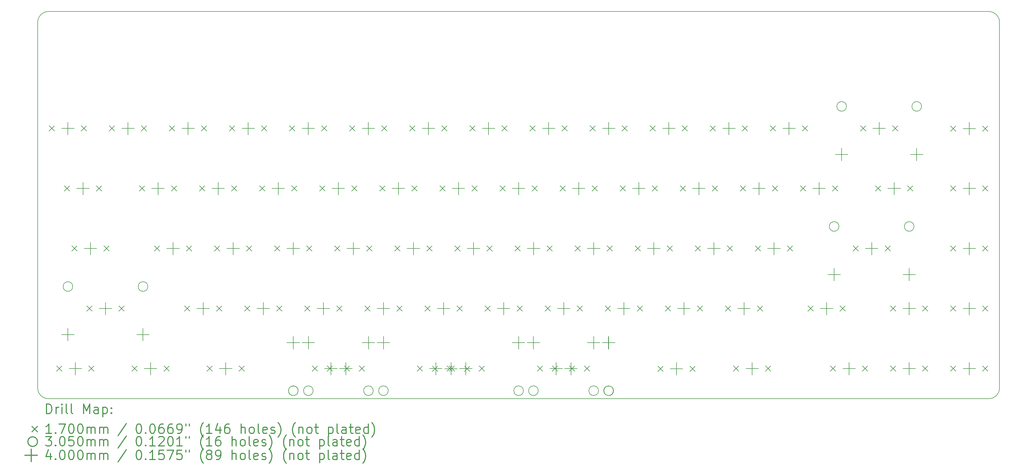
<source format=gbr>
%FSLAX45Y45*%
G04 Gerber Fmt 4.5, Leading zero omitted, Abs format (unit mm)*
G04 Created by KiCad (PCBNEW (5.1.10)-1) date 2021-07-24 00:02:33*
%MOMM*%
%LPD*%
G01*
G04 APERTURE LIST*
%TA.AperFunction,Profile*%
%ADD10C,0.150000*%
%TD*%
%ADD11C,0.200000*%
%ADD12C,0.300000*%
G04 APERTURE END LIST*
D10*
X35535325Y-18050222D02*
X5707644Y-18050222D01*
X35866031Y-6100181D02*
X35866031Y-17719516D01*
X5707344Y-5769475D02*
X35535325Y-5769475D01*
X5376638Y-17719816D02*
X5376638Y-6100181D01*
X35535325Y-5769475D02*
G75*
G02*
X35866031Y-6100181I0J-330706D01*
G01*
X35866031Y-17719516D02*
G75*
G02*
X35535325Y-18050222I-330706J0D01*
G01*
X5707644Y-18050222D02*
G75*
G02*
X5376638Y-17719816I-300J330706D01*
G01*
X5376638Y-6100181D02*
G75*
G02*
X5707344Y-5769475I330706J0D01*
G01*
D11*
X5741125Y-9392375D02*
X5911125Y-9562375D01*
X5911125Y-9392375D02*
X5741125Y-9562375D01*
X5979245Y-17011362D02*
X6149245Y-17181362D01*
X6149245Y-17011362D02*
X5979245Y-17181362D01*
X6217375Y-11297375D02*
X6387375Y-11467375D01*
X6387375Y-11297375D02*
X6217375Y-11467375D01*
X6455505Y-13201362D02*
X6625505Y-13371362D01*
X6625505Y-13201362D02*
X6455505Y-13371362D01*
X6757125Y-9392375D02*
X6927125Y-9562375D01*
X6927125Y-9392375D02*
X6757125Y-9562375D01*
X6931745Y-15107375D02*
X7101745Y-15277375D01*
X7101745Y-15107375D02*
X6931745Y-15277375D01*
X6995245Y-17011362D02*
X7165245Y-17181362D01*
X7165245Y-17011362D02*
X6995245Y-17181362D01*
X7233375Y-11297375D02*
X7403375Y-11467375D01*
X7403375Y-11297375D02*
X7233375Y-11467375D01*
X7471505Y-13201362D02*
X7641505Y-13371362D01*
X7641505Y-13201362D02*
X7471505Y-13371362D01*
X7646125Y-9392375D02*
X7816125Y-9562375D01*
X7816125Y-9392375D02*
X7646125Y-9562375D01*
X7947745Y-15107375D02*
X8117745Y-15277375D01*
X8117745Y-15107375D02*
X7947745Y-15277375D01*
X8360505Y-17012375D02*
X8530505Y-17182375D01*
X8530505Y-17012375D02*
X8360505Y-17182375D01*
X8598625Y-11297375D02*
X8768625Y-11467375D01*
X8768625Y-11297375D02*
X8598625Y-11467375D01*
X8662125Y-9392375D02*
X8832125Y-9562375D01*
X8832125Y-9392375D02*
X8662125Y-9562375D01*
X9074875Y-13202375D02*
X9244875Y-13372375D01*
X9244875Y-13202375D02*
X9074875Y-13372375D01*
X9376505Y-17012375D02*
X9546505Y-17182375D01*
X9546505Y-17012375D02*
X9376505Y-17182375D01*
X9551125Y-9392375D02*
X9721125Y-9562375D01*
X9721125Y-9392375D02*
X9551125Y-9562375D01*
X9614625Y-11297375D02*
X9784625Y-11467375D01*
X9784625Y-11297375D02*
X9614625Y-11467375D01*
X10027375Y-15107375D02*
X10197375Y-15277375D01*
X10197375Y-15107375D02*
X10027375Y-15277375D01*
X10090875Y-13202375D02*
X10260875Y-13372375D01*
X10260875Y-13202375D02*
X10090875Y-13372375D01*
X10503625Y-11297375D02*
X10673625Y-11467375D01*
X10673625Y-11297375D02*
X10503625Y-11467375D01*
X10567125Y-9392375D02*
X10737125Y-9562375D01*
X10737125Y-9392375D02*
X10567125Y-9562375D01*
X10741745Y-17011362D02*
X10911745Y-17181362D01*
X10911745Y-17011362D02*
X10741745Y-17181362D01*
X10979875Y-13202375D02*
X11149875Y-13372375D01*
X11149875Y-13202375D02*
X10979875Y-13372375D01*
X11043375Y-15107375D02*
X11213375Y-15277375D01*
X11213375Y-15107375D02*
X11043375Y-15277375D01*
X11456125Y-9392375D02*
X11626125Y-9562375D01*
X11626125Y-9392375D02*
X11456125Y-9562375D01*
X11519625Y-11297375D02*
X11689625Y-11467375D01*
X11689625Y-11297375D02*
X11519625Y-11467375D01*
X11757745Y-17011362D02*
X11927745Y-17181362D01*
X11927745Y-17011362D02*
X11757745Y-17181362D01*
X11932375Y-15107375D02*
X12102375Y-15277375D01*
X12102375Y-15107375D02*
X11932375Y-15277375D01*
X11995875Y-13202375D02*
X12165875Y-13372375D01*
X12165875Y-13202375D02*
X11995875Y-13372375D01*
X12408625Y-11297375D02*
X12578625Y-11467375D01*
X12578625Y-11297375D02*
X12408625Y-11467375D01*
X12472125Y-9392375D02*
X12642125Y-9562375D01*
X12642125Y-9392375D02*
X12472125Y-9562375D01*
X12884875Y-13202375D02*
X13054875Y-13372375D01*
X13054875Y-13202375D02*
X12884875Y-13372375D01*
X12948375Y-15107375D02*
X13118375Y-15277375D01*
X13118375Y-15107375D02*
X12948375Y-15277375D01*
X13361125Y-9392375D02*
X13531125Y-9562375D01*
X13531125Y-9392375D02*
X13361125Y-9562375D01*
X13424625Y-11297375D02*
X13594625Y-11467375D01*
X13594625Y-11297375D02*
X13424625Y-11467375D01*
X13837375Y-15107375D02*
X14007375Y-15277375D01*
X14007375Y-15107375D02*
X13837375Y-15277375D01*
X13900875Y-13202375D02*
X14070875Y-13372375D01*
X14070875Y-13202375D02*
X13900875Y-13372375D01*
X14078000Y-17013000D02*
X14248000Y-17183000D01*
X14248000Y-17013000D02*
X14078000Y-17183000D01*
X14313625Y-11297375D02*
X14483625Y-11467375D01*
X14483625Y-11297375D02*
X14313625Y-11467375D01*
X14377125Y-9392375D02*
X14547125Y-9562375D01*
X14547125Y-9392375D02*
X14377125Y-9562375D01*
X14553000Y-17013000D02*
X14723000Y-17183000D01*
X14723000Y-17013000D02*
X14553000Y-17183000D01*
X14789825Y-13202375D02*
X14959825Y-13372375D01*
X14959825Y-13202375D02*
X14789825Y-13372375D01*
X14853375Y-15107375D02*
X15023375Y-15277375D01*
X15023375Y-15107375D02*
X14853375Y-15277375D01*
X15094000Y-17013000D02*
X15264000Y-17183000D01*
X15264000Y-17013000D02*
X15094000Y-17183000D01*
X15266125Y-9392375D02*
X15436125Y-9562375D01*
X15436125Y-9392375D02*
X15266125Y-9562375D01*
X15329625Y-11297375D02*
X15499625Y-11467375D01*
X15499625Y-11297375D02*
X15329625Y-11467375D01*
X15569000Y-17013000D02*
X15739000Y-17183000D01*
X15739000Y-17013000D02*
X15569000Y-17183000D01*
X15742425Y-15107375D02*
X15912425Y-15277375D01*
X15912425Y-15107375D02*
X15742425Y-15277375D01*
X15805825Y-13202375D02*
X15975825Y-13372375D01*
X15975825Y-13202375D02*
X15805825Y-13372375D01*
X16218625Y-11297375D02*
X16388625Y-11467375D01*
X16388625Y-11297375D02*
X16218625Y-11467375D01*
X16282125Y-9392375D02*
X16452125Y-9562375D01*
X16452125Y-9392375D02*
X16282125Y-9562375D01*
X16694825Y-13202375D02*
X16864825Y-13372375D01*
X16864825Y-13202375D02*
X16694825Y-13372375D01*
X16758425Y-15107375D02*
X16928425Y-15277375D01*
X16928425Y-15107375D02*
X16758425Y-15277375D01*
X17171125Y-9392375D02*
X17341125Y-9562375D01*
X17341125Y-9392375D02*
X17171125Y-9562375D01*
X17234625Y-11297375D02*
X17404625Y-11467375D01*
X17404625Y-11297375D02*
X17234625Y-11467375D01*
X17403000Y-17013000D02*
X17573000Y-17183000D01*
X17573000Y-17013000D02*
X17403000Y-17183000D01*
X17647425Y-15107375D02*
X17817425Y-15277375D01*
X17817425Y-15107375D02*
X17647425Y-15277375D01*
X17710825Y-13202375D02*
X17880825Y-13372375D01*
X17880825Y-13202375D02*
X17710825Y-13372375D01*
X17885500Y-17015550D02*
X18055500Y-17185550D01*
X18055500Y-17015550D02*
X17885500Y-17185550D01*
X18123625Y-11297375D02*
X18293625Y-11467375D01*
X18293625Y-11297375D02*
X18123625Y-11467375D01*
X18187125Y-9392375D02*
X18357125Y-9562375D01*
X18357125Y-9392375D02*
X18187125Y-9562375D01*
X18353000Y-17012375D02*
X18523000Y-17182375D01*
X18523000Y-17012375D02*
X18353000Y-17182375D01*
X18419000Y-17013000D02*
X18589000Y-17183000D01*
X18589000Y-17013000D02*
X18419000Y-17183000D01*
X18599825Y-13202375D02*
X18769825Y-13372375D01*
X18769825Y-13202375D02*
X18599825Y-13372375D01*
X18663425Y-15107375D02*
X18833425Y-15277375D01*
X18833425Y-15107375D02*
X18663425Y-15277375D01*
X18901500Y-17015550D02*
X19071500Y-17185550D01*
X19071500Y-17015550D02*
X18901500Y-17185550D01*
X19076125Y-9392375D02*
X19246125Y-9562375D01*
X19246125Y-9392375D02*
X19076125Y-9562375D01*
X19139625Y-11297375D02*
X19309625Y-11467375D01*
X19309625Y-11297375D02*
X19139625Y-11467375D01*
X19369000Y-17012375D02*
X19539000Y-17182375D01*
X19539000Y-17012375D02*
X19369000Y-17182375D01*
X19552425Y-15107375D02*
X19722425Y-15277375D01*
X19722425Y-15107375D02*
X19552425Y-15277375D01*
X19615825Y-13202375D02*
X19785825Y-13372375D01*
X19785825Y-13202375D02*
X19615825Y-13372375D01*
X20028625Y-11297375D02*
X20198625Y-11467375D01*
X20198625Y-11297375D02*
X20028625Y-11467375D01*
X20092125Y-9392375D02*
X20262125Y-9562375D01*
X20262125Y-9392375D02*
X20092125Y-9562375D01*
X20504825Y-13202375D02*
X20674825Y-13372375D01*
X20674825Y-13202375D02*
X20504825Y-13372375D01*
X20568425Y-15107375D02*
X20738425Y-15277375D01*
X20738425Y-15107375D02*
X20568425Y-15277375D01*
X20981125Y-9392375D02*
X21151125Y-9562375D01*
X21151125Y-9392375D02*
X20981125Y-9562375D01*
X21044625Y-11297375D02*
X21214625Y-11467375D01*
X21214625Y-11297375D02*
X21044625Y-11467375D01*
X21218000Y-17013000D02*
X21388000Y-17183000D01*
X21388000Y-17013000D02*
X21218000Y-17183000D01*
X21457425Y-15107375D02*
X21627425Y-15277375D01*
X21627425Y-15107375D02*
X21457425Y-15277375D01*
X21520825Y-13202375D02*
X21690825Y-13372375D01*
X21690825Y-13202375D02*
X21520825Y-13372375D01*
X21688000Y-17013000D02*
X21858000Y-17183000D01*
X21858000Y-17013000D02*
X21688000Y-17183000D01*
X21933625Y-11297375D02*
X22103625Y-11467375D01*
X22103625Y-11297375D02*
X21933625Y-11467375D01*
X21997125Y-9392375D02*
X22167125Y-9562375D01*
X22167125Y-9392375D02*
X21997125Y-9562375D01*
X22234000Y-17013000D02*
X22404000Y-17183000D01*
X22404000Y-17013000D02*
X22234000Y-17183000D01*
X22409825Y-13202375D02*
X22579825Y-13372375D01*
X22579825Y-13202375D02*
X22409825Y-13372375D01*
X22473425Y-15107375D02*
X22643425Y-15277375D01*
X22643425Y-15107375D02*
X22473425Y-15277375D01*
X22704000Y-17013000D02*
X22874000Y-17183000D01*
X22874000Y-17013000D02*
X22704000Y-17183000D01*
X22886125Y-9392375D02*
X23056125Y-9562375D01*
X23056125Y-9392375D02*
X22886125Y-9562375D01*
X22949625Y-11297375D02*
X23119625Y-11467375D01*
X23119625Y-11297375D02*
X22949625Y-11467375D01*
X23362425Y-15107375D02*
X23532425Y-15277375D01*
X23532425Y-15107375D02*
X23362425Y-15277375D01*
X23425825Y-13202375D02*
X23595825Y-13372375D01*
X23595825Y-13202375D02*
X23425825Y-13372375D01*
X23838625Y-11297375D02*
X24008625Y-11467375D01*
X24008625Y-11297375D02*
X23838625Y-11467375D01*
X23902125Y-9392375D02*
X24072125Y-9562375D01*
X24072125Y-9392375D02*
X23902125Y-9562375D01*
X24314825Y-13202375D02*
X24484825Y-13372375D01*
X24484825Y-13202375D02*
X24314825Y-13372375D01*
X24378425Y-15107375D02*
X24548425Y-15277375D01*
X24548425Y-15107375D02*
X24378425Y-15277375D01*
X24791125Y-9392375D02*
X24961125Y-9562375D01*
X24961125Y-9392375D02*
X24791125Y-9562375D01*
X24854625Y-11297375D02*
X25024625Y-11467375D01*
X25024625Y-11297375D02*
X24854625Y-11467375D01*
X25032000Y-17015000D02*
X25202000Y-17185000D01*
X25202000Y-17015000D02*
X25032000Y-17185000D01*
X25267425Y-15107375D02*
X25437425Y-15277375D01*
X25437425Y-15107375D02*
X25267425Y-15277375D01*
X25330825Y-13202375D02*
X25500825Y-13372375D01*
X25500825Y-13202375D02*
X25330825Y-13372375D01*
X25743625Y-11297375D02*
X25913625Y-11467375D01*
X25913625Y-11297375D02*
X25743625Y-11467375D01*
X25807125Y-9392375D02*
X25977125Y-9562375D01*
X25977125Y-9392375D02*
X25807125Y-9562375D01*
X26048000Y-17015000D02*
X26218000Y-17185000D01*
X26218000Y-17015000D02*
X26048000Y-17185000D01*
X26219825Y-13202375D02*
X26389825Y-13372375D01*
X26389825Y-13202375D02*
X26219825Y-13372375D01*
X26283425Y-15107375D02*
X26453425Y-15277375D01*
X26453425Y-15107375D02*
X26283425Y-15277375D01*
X26696125Y-9392375D02*
X26866125Y-9562375D01*
X26866125Y-9392375D02*
X26696125Y-9562375D01*
X26759625Y-11297375D02*
X26929625Y-11467375D01*
X26929625Y-11297375D02*
X26759625Y-11467375D01*
X27172425Y-15107375D02*
X27342425Y-15277375D01*
X27342425Y-15107375D02*
X27172425Y-15277375D01*
X27235825Y-13202375D02*
X27405825Y-13372375D01*
X27405825Y-13202375D02*
X27235825Y-13372375D01*
X27432000Y-17011362D02*
X27602000Y-17181362D01*
X27602000Y-17011362D02*
X27432000Y-17181362D01*
X27648625Y-11297375D02*
X27818625Y-11467375D01*
X27818625Y-11297375D02*
X27648625Y-11467375D01*
X27712125Y-9392375D02*
X27882125Y-9562375D01*
X27882125Y-9392375D02*
X27712125Y-9562375D01*
X28124825Y-13202375D02*
X28294825Y-13372375D01*
X28294825Y-13202375D02*
X28124825Y-13372375D01*
X28188425Y-15107375D02*
X28358425Y-15277375D01*
X28358425Y-15107375D02*
X28188425Y-15277375D01*
X28448000Y-17011362D02*
X28618000Y-17181362D01*
X28618000Y-17011362D02*
X28448000Y-17181362D01*
X28601125Y-9392375D02*
X28771125Y-9562375D01*
X28771125Y-9392375D02*
X28601125Y-9562375D01*
X28664625Y-11297375D02*
X28834625Y-11467375D01*
X28834625Y-11297375D02*
X28664625Y-11467375D01*
X29140825Y-13202375D02*
X29310825Y-13372375D01*
X29310825Y-13202375D02*
X29140825Y-13372375D01*
X29553625Y-11297375D02*
X29723625Y-11467375D01*
X29723625Y-11297375D02*
X29553625Y-11467375D01*
X29617125Y-9392375D02*
X29787125Y-9562375D01*
X29787125Y-9392375D02*
X29617125Y-9562375D01*
X29791725Y-15107375D02*
X29961725Y-15277375D01*
X29961725Y-15107375D02*
X29791725Y-15277375D01*
X30506125Y-17012375D02*
X30676125Y-17182375D01*
X30676125Y-17012375D02*
X30506125Y-17182375D01*
X30569625Y-11297375D02*
X30739625Y-11467375D01*
X30739625Y-11297375D02*
X30569625Y-11467375D01*
X30807725Y-15107375D02*
X30977725Y-15277375D01*
X30977725Y-15107375D02*
X30807725Y-15277375D01*
X31220525Y-13202375D02*
X31390525Y-13372375D01*
X31390525Y-13202375D02*
X31220525Y-13372375D01*
X31458625Y-9392375D02*
X31628625Y-9562375D01*
X31628625Y-9392375D02*
X31458625Y-9562375D01*
X31522125Y-17012375D02*
X31692125Y-17182375D01*
X31692125Y-17012375D02*
X31522125Y-17182375D01*
X31934825Y-11297375D02*
X32104825Y-11467375D01*
X32104825Y-11297375D02*
X31934825Y-11467375D01*
X32236525Y-13202375D02*
X32406525Y-13372375D01*
X32406525Y-13202375D02*
X32236525Y-13372375D01*
X32411125Y-15107375D02*
X32581125Y-15277375D01*
X32581125Y-15107375D02*
X32411125Y-15277375D01*
X32411125Y-17012375D02*
X32581125Y-17182375D01*
X32581125Y-17012375D02*
X32411125Y-17182375D01*
X32474625Y-9392375D02*
X32644625Y-9562375D01*
X32644625Y-9392375D02*
X32474625Y-9562375D01*
X32950825Y-11297375D02*
X33120825Y-11467375D01*
X33120825Y-11297375D02*
X32950825Y-11467375D01*
X33427125Y-15107375D02*
X33597125Y-15277375D01*
X33597125Y-15107375D02*
X33427125Y-15277375D01*
X33427125Y-17012375D02*
X33597125Y-17182375D01*
X33597125Y-17012375D02*
X33427125Y-17182375D01*
X34315600Y-9394800D02*
X34485600Y-9564800D01*
X34485600Y-9394800D02*
X34315600Y-9564800D01*
X34316125Y-11297375D02*
X34486125Y-11467375D01*
X34486125Y-11297375D02*
X34316125Y-11467375D01*
X34316125Y-13202375D02*
X34486125Y-13372375D01*
X34486125Y-13202375D02*
X34316125Y-13372375D01*
X34316125Y-15107375D02*
X34486125Y-15277375D01*
X34486125Y-15107375D02*
X34316125Y-15277375D01*
X34316125Y-17012375D02*
X34486125Y-17182375D01*
X34486125Y-17012375D02*
X34316125Y-17182375D01*
X35331600Y-9394800D02*
X35501600Y-9564800D01*
X35501600Y-9394800D02*
X35331600Y-9564800D01*
X35332125Y-11297375D02*
X35502125Y-11467375D01*
X35502125Y-11297375D02*
X35332125Y-11467375D01*
X35332125Y-13202375D02*
X35502125Y-13372375D01*
X35502125Y-13202375D02*
X35332125Y-13372375D01*
X35332125Y-15107375D02*
X35502125Y-15277375D01*
X35502125Y-15107375D02*
X35332125Y-15277375D01*
X35332125Y-17012375D02*
X35502125Y-17182375D01*
X35502125Y-17012375D02*
X35332125Y-17182375D01*
X6487245Y-14492375D02*
G75*
G03*
X6487245Y-14492375I-152500J0D01*
G01*
X8867245Y-14492375D02*
G75*
G03*
X8867245Y-14492375I-152500J0D01*
G01*
X13631000Y-17800550D02*
G75*
G03*
X13631000Y-17800550I-152500J0D01*
G01*
X13633500Y-17798000D02*
G75*
G03*
X13633500Y-17798000I-152500J0D01*
G01*
X14108500Y-17798000D02*
G75*
G03*
X14108500Y-17798000I-152500J0D01*
G01*
X16013500Y-17798000D02*
G75*
G03*
X16013500Y-17798000I-152500J0D01*
G01*
X16488500Y-17798000D02*
G75*
G03*
X16488500Y-17798000I-152500J0D01*
G01*
X20773500Y-17798000D02*
G75*
G03*
X20773500Y-17798000I-152500J0D01*
G01*
X21243500Y-17798000D02*
G75*
G03*
X21243500Y-17798000I-152500J0D01*
G01*
X23153500Y-17798000D02*
G75*
G03*
X23153500Y-17798000I-152500J0D01*
G01*
X23623500Y-17798000D02*
G75*
G03*
X23623500Y-17798000I-152500J0D01*
G01*
X23631000Y-17800550D02*
G75*
G03*
X23631000Y-17800550I-152500J0D01*
G01*
X30776025Y-12587375D02*
G75*
G03*
X30776025Y-12587375I-152500J0D01*
G01*
X31014125Y-8777375D02*
G75*
G03*
X31014125Y-8777375I-152500J0D01*
G01*
X33156025Y-12587375D02*
G75*
G03*
X33156025Y-12587375I-152500J0D01*
G01*
X33394125Y-8777375D02*
G75*
G03*
X33394125Y-8777375I-152500J0D01*
G01*
X6334125Y-9277375D02*
X6334125Y-9677375D01*
X6134125Y-9477375D02*
X6534125Y-9477375D01*
X6334745Y-15816375D02*
X6334745Y-16216375D01*
X6134745Y-16016375D02*
X6534745Y-16016375D01*
X6572245Y-16896362D02*
X6572245Y-17296362D01*
X6372245Y-17096362D02*
X6772245Y-17096362D01*
X6810375Y-11182375D02*
X6810375Y-11582375D01*
X6610375Y-11382375D02*
X7010375Y-11382375D01*
X7048505Y-13086362D02*
X7048505Y-13486362D01*
X6848505Y-13286362D02*
X7248505Y-13286362D01*
X7524745Y-14992375D02*
X7524745Y-15392375D01*
X7324745Y-15192375D02*
X7724745Y-15192375D01*
X8239125Y-9277375D02*
X8239125Y-9677375D01*
X8039125Y-9477375D02*
X8439125Y-9477375D01*
X8714745Y-15816375D02*
X8714745Y-16216375D01*
X8514745Y-16016375D02*
X8914745Y-16016375D01*
X8953505Y-16897375D02*
X8953505Y-17297375D01*
X8753505Y-17097375D02*
X9153505Y-17097375D01*
X9191625Y-11182375D02*
X9191625Y-11582375D01*
X8991625Y-11382375D02*
X9391625Y-11382375D01*
X9667875Y-13087375D02*
X9667875Y-13487375D01*
X9467875Y-13287375D02*
X9867875Y-13287375D01*
X10144125Y-9277375D02*
X10144125Y-9677375D01*
X9944125Y-9477375D02*
X10344125Y-9477375D01*
X10620375Y-14992375D02*
X10620375Y-15392375D01*
X10420375Y-15192375D02*
X10820375Y-15192375D01*
X11096625Y-11182375D02*
X11096625Y-11582375D01*
X10896625Y-11382375D02*
X11296625Y-11382375D01*
X11334745Y-16896362D02*
X11334745Y-17296362D01*
X11134745Y-17096362D02*
X11534745Y-17096362D01*
X11572875Y-13087375D02*
X11572875Y-13487375D01*
X11372875Y-13287375D02*
X11772875Y-13287375D01*
X12049125Y-9277375D02*
X12049125Y-9677375D01*
X11849125Y-9477375D02*
X12249125Y-9477375D01*
X12525375Y-14992375D02*
X12525375Y-15392375D01*
X12325375Y-15192375D02*
X12725375Y-15192375D01*
X13001625Y-11182375D02*
X13001625Y-11582375D01*
X12801625Y-11382375D02*
X13201625Y-11382375D01*
X13477875Y-13087375D02*
X13477875Y-13487375D01*
X13277875Y-13287375D02*
X13677875Y-13287375D01*
X13478500Y-16076550D02*
X13478500Y-16476550D01*
X13278500Y-16276550D02*
X13678500Y-16276550D01*
X13481000Y-16074000D02*
X13481000Y-16474000D01*
X13281000Y-16274000D02*
X13681000Y-16274000D01*
X13954125Y-9277375D02*
X13954125Y-9677375D01*
X13754125Y-9477375D02*
X14154125Y-9477375D01*
X13956000Y-16074000D02*
X13956000Y-16474000D01*
X13756000Y-16274000D02*
X14156000Y-16274000D01*
X14430375Y-14992375D02*
X14430375Y-15392375D01*
X14230375Y-15192375D02*
X14630375Y-15192375D01*
X14671000Y-16898000D02*
X14671000Y-17298000D01*
X14471000Y-17098000D02*
X14871000Y-17098000D01*
X14906625Y-11182375D02*
X14906625Y-11582375D01*
X14706625Y-11382375D02*
X15106625Y-11382375D01*
X15146000Y-16898000D02*
X15146000Y-17298000D01*
X14946000Y-17098000D02*
X15346000Y-17098000D01*
X15382825Y-13087375D02*
X15382825Y-13487375D01*
X15182825Y-13287375D02*
X15582825Y-13287375D01*
X15859125Y-9277375D02*
X15859125Y-9677375D01*
X15659125Y-9477375D02*
X16059125Y-9477375D01*
X15861000Y-16074000D02*
X15861000Y-16474000D01*
X15661000Y-16274000D02*
X16061000Y-16274000D01*
X16335425Y-14992375D02*
X16335425Y-15392375D01*
X16135425Y-15192375D02*
X16535425Y-15192375D01*
X16336000Y-16074000D02*
X16336000Y-16474000D01*
X16136000Y-16274000D02*
X16536000Y-16274000D01*
X16811625Y-11182375D02*
X16811625Y-11582375D01*
X16611625Y-11382375D02*
X17011625Y-11382375D01*
X17287825Y-13087375D02*
X17287825Y-13487375D01*
X17087825Y-13287375D02*
X17487825Y-13287375D01*
X17764125Y-9277375D02*
X17764125Y-9677375D01*
X17564125Y-9477375D02*
X17964125Y-9477375D01*
X17996000Y-16898000D02*
X17996000Y-17298000D01*
X17796000Y-17098000D02*
X18196000Y-17098000D01*
X18240425Y-14992375D02*
X18240425Y-15392375D01*
X18040425Y-15192375D02*
X18440425Y-15192375D01*
X18478500Y-16900550D02*
X18478500Y-17300550D01*
X18278500Y-17100550D02*
X18678500Y-17100550D01*
X18716625Y-11182375D02*
X18716625Y-11582375D01*
X18516625Y-11382375D02*
X18916625Y-11382375D01*
X18946000Y-16897375D02*
X18946000Y-17297375D01*
X18746000Y-17097375D02*
X19146000Y-17097375D01*
X19192825Y-13087375D02*
X19192825Y-13487375D01*
X18992825Y-13287375D02*
X19392825Y-13287375D01*
X19669125Y-9277375D02*
X19669125Y-9677375D01*
X19469125Y-9477375D02*
X19869125Y-9477375D01*
X20145425Y-14992375D02*
X20145425Y-15392375D01*
X19945425Y-15192375D02*
X20345425Y-15192375D01*
X20621000Y-16074000D02*
X20621000Y-16474000D01*
X20421000Y-16274000D02*
X20821000Y-16274000D01*
X20621625Y-11182375D02*
X20621625Y-11582375D01*
X20421625Y-11382375D02*
X20821625Y-11382375D01*
X21091000Y-16074000D02*
X21091000Y-16474000D01*
X20891000Y-16274000D02*
X21291000Y-16274000D01*
X21097825Y-13087375D02*
X21097825Y-13487375D01*
X20897825Y-13287375D02*
X21297825Y-13287375D01*
X21574125Y-9277375D02*
X21574125Y-9677375D01*
X21374125Y-9477375D02*
X21774125Y-9477375D01*
X21811000Y-16898000D02*
X21811000Y-17298000D01*
X21611000Y-17098000D02*
X22011000Y-17098000D01*
X22050425Y-14992375D02*
X22050425Y-15392375D01*
X21850425Y-15192375D02*
X22250425Y-15192375D01*
X22281000Y-16898000D02*
X22281000Y-17298000D01*
X22081000Y-17098000D02*
X22481000Y-17098000D01*
X22526625Y-11182375D02*
X22526625Y-11582375D01*
X22326625Y-11382375D02*
X22726625Y-11382375D01*
X23001000Y-16074000D02*
X23001000Y-16474000D01*
X22801000Y-16274000D02*
X23201000Y-16274000D01*
X23002825Y-13087375D02*
X23002825Y-13487375D01*
X22802825Y-13287375D02*
X23202825Y-13287375D01*
X23471000Y-16074000D02*
X23471000Y-16474000D01*
X23271000Y-16274000D02*
X23671000Y-16274000D01*
X23478500Y-16076550D02*
X23478500Y-16476550D01*
X23278500Y-16276550D02*
X23678500Y-16276550D01*
X23479125Y-9277375D02*
X23479125Y-9677375D01*
X23279125Y-9477375D02*
X23679125Y-9477375D01*
X23955425Y-14992375D02*
X23955425Y-15392375D01*
X23755425Y-15192375D02*
X24155425Y-15192375D01*
X24431625Y-11182375D02*
X24431625Y-11582375D01*
X24231625Y-11382375D02*
X24631625Y-11382375D01*
X24907825Y-13087375D02*
X24907825Y-13487375D01*
X24707825Y-13287375D02*
X25107825Y-13287375D01*
X25384125Y-9277375D02*
X25384125Y-9677375D01*
X25184125Y-9477375D02*
X25584125Y-9477375D01*
X25625000Y-16900000D02*
X25625000Y-17300000D01*
X25425000Y-17100000D02*
X25825000Y-17100000D01*
X25860425Y-14992375D02*
X25860425Y-15392375D01*
X25660425Y-15192375D02*
X26060425Y-15192375D01*
X26336625Y-11182375D02*
X26336625Y-11582375D01*
X26136625Y-11382375D02*
X26536625Y-11382375D01*
X26812825Y-13087375D02*
X26812825Y-13487375D01*
X26612825Y-13287375D02*
X27012825Y-13287375D01*
X27289125Y-9277375D02*
X27289125Y-9677375D01*
X27089125Y-9477375D02*
X27489125Y-9477375D01*
X27765425Y-14992375D02*
X27765425Y-15392375D01*
X27565425Y-15192375D02*
X27965425Y-15192375D01*
X28025000Y-16896362D02*
X28025000Y-17296362D01*
X27825000Y-17096362D02*
X28225000Y-17096362D01*
X28241625Y-11182375D02*
X28241625Y-11582375D01*
X28041625Y-11382375D02*
X28441625Y-11382375D01*
X28717825Y-13087375D02*
X28717825Y-13487375D01*
X28517825Y-13287375D02*
X28917825Y-13287375D01*
X29194125Y-9277375D02*
X29194125Y-9677375D01*
X28994125Y-9477375D02*
X29394125Y-9477375D01*
X30146625Y-11182375D02*
X30146625Y-11582375D01*
X29946625Y-11382375D02*
X30346625Y-11382375D01*
X30384725Y-14992375D02*
X30384725Y-15392375D01*
X30184725Y-15192375D02*
X30584725Y-15192375D01*
X30623525Y-13911375D02*
X30623525Y-14311375D01*
X30423525Y-14111375D02*
X30823525Y-14111375D01*
X30861625Y-10101375D02*
X30861625Y-10501375D01*
X30661625Y-10301375D02*
X31061625Y-10301375D01*
X31099125Y-16897375D02*
X31099125Y-17297375D01*
X30899125Y-17097375D02*
X31299125Y-17097375D01*
X31813525Y-13087375D02*
X31813525Y-13487375D01*
X31613525Y-13287375D02*
X32013525Y-13287375D01*
X32051625Y-9277375D02*
X32051625Y-9677375D01*
X31851625Y-9477375D02*
X32251625Y-9477375D01*
X32527825Y-11182375D02*
X32527825Y-11582375D01*
X32327825Y-11382375D02*
X32727825Y-11382375D01*
X33003525Y-13911375D02*
X33003525Y-14311375D01*
X32803525Y-14111375D02*
X33203525Y-14111375D01*
X33004125Y-14992375D02*
X33004125Y-15392375D01*
X32804125Y-15192375D02*
X33204125Y-15192375D01*
X33004125Y-16897375D02*
X33004125Y-17297375D01*
X32804125Y-17097375D02*
X33204125Y-17097375D01*
X33241625Y-10101375D02*
X33241625Y-10501375D01*
X33041625Y-10301375D02*
X33441625Y-10301375D01*
X34908600Y-9279800D02*
X34908600Y-9679800D01*
X34708600Y-9479800D02*
X35108600Y-9479800D01*
X34909125Y-11182375D02*
X34909125Y-11582375D01*
X34709125Y-11382375D02*
X35109125Y-11382375D01*
X34909125Y-13087375D02*
X34909125Y-13487375D01*
X34709125Y-13287375D02*
X35109125Y-13287375D01*
X34909125Y-14992375D02*
X34909125Y-15392375D01*
X34709125Y-15192375D02*
X35109125Y-15192375D01*
X34909125Y-16897375D02*
X34909125Y-17297375D01*
X34709125Y-17097375D02*
X35109125Y-17097375D01*
D12*
X5655567Y-18523436D02*
X5655567Y-18223436D01*
X5726995Y-18223436D01*
X5769852Y-18237722D01*
X5798424Y-18266293D01*
X5812709Y-18294865D01*
X5826995Y-18352008D01*
X5826995Y-18394865D01*
X5812709Y-18452008D01*
X5798424Y-18480579D01*
X5769852Y-18509151D01*
X5726995Y-18523436D01*
X5655567Y-18523436D01*
X5955567Y-18523436D02*
X5955567Y-18323436D01*
X5955567Y-18380579D02*
X5969852Y-18352008D01*
X5984138Y-18337722D01*
X6012709Y-18323436D01*
X6041281Y-18323436D01*
X6141281Y-18523436D02*
X6141281Y-18323436D01*
X6141281Y-18223436D02*
X6126995Y-18237722D01*
X6141281Y-18252008D01*
X6155567Y-18237722D01*
X6141281Y-18223436D01*
X6141281Y-18252008D01*
X6326995Y-18523436D02*
X6298424Y-18509151D01*
X6284138Y-18480579D01*
X6284138Y-18223436D01*
X6484138Y-18523436D02*
X6455567Y-18509151D01*
X6441281Y-18480579D01*
X6441281Y-18223436D01*
X6826995Y-18523436D02*
X6826995Y-18223436D01*
X6926995Y-18437722D01*
X7026995Y-18223436D01*
X7026995Y-18523436D01*
X7298424Y-18523436D02*
X7298424Y-18366293D01*
X7284138Y-18337722D01*
X7255567Y-18323436D01*
X7198424Y-18323436D01*
X7169852Y-18337722D01*
X7298424Y-18509151D02*
X7269852Y-18523436D01*
X7198424Y-18523436D01*
X7169852Y-18509151D01*
X7155567Y-18480579D01*
X7155567Y-18452008D01*
X7169852Y-18423436D01*
X7198424Y-18409151D01*
X7269852Y-18409151D01*
X7298424Y-18394865D01*
X7441281Y-18323436D02*
X7441281Y-18623436D01*
X7441281Y-18337722D02*
X7469852Y-18323436D01*
X7526995Y-18323436D01*
X7555567Y-18337722D01*
X7569852Y-18352008D01*
X7584138Y-18380579D01*
X7584138Y-18466293D01*
X7569852Y-18494865D01*
X7555567Y-18509151D01*
X7526995Y-18523436D01*
X7469852Y-18523436D01*
X7441281Y-18509151D01*
X7712709Y-18494865D02*
X7726995Y-18509151D01*
X7712709Y-18523436D01*
X7698424Y-18509151D01*
X7712709Y-18494865D01*
X7712709Y-18523436D01*
X7712709Y-18337722D02*
X7726995Y-18352008D01*
X7712709Y-18366293D01*
X7698424Y-18352008D01*
X7712709Y-18337722D01*
X7712709Y-18366293D01*
X5199138Y-18932722D02*
X5369138Y-19102722D01*
X5369138Y-18932722D02*
X5199138Y-19102722D01*
X5812709Y-19153436D02*
X5641281Y-19153436D01*
X5726995Y-19153436D02*
X5726995Y-18853436D01*
X5698424Y-18896293D01*
X5669852Y-18924865D01*
X5641281Y-18939151D01*
X5941281Y-19124865D02*
X5955567Y-19139151D01*
X5941281Y-19153436D01*
X5926995Y-19139151D01*
X5941281Y-19124865D01*
X5941281Y-19153436D01*
X6055567Y-18853436D02*
X6255567Y-18853436D01*
X6126995Y-19153436D01*
X6426995Y-18853436D02*
X6455567Y-18853436D01*
X6484138Y-18867722D01*
X6498424Y-18882008D01*
X6512709Y-18910579D01*
X6526995Y-18967722D01*
X6526995Y-19039151D01*
X6512709Y-19096293D01*
X6498424Y-19124865D01*
X6484138Y-19139151D01*
X6455567Y-19153436D01*
X6426995Y-19153436D01*
X6398424Y-19139151D01*
X6384138Y-19124865D01*
X6369852Y-19096293D01*
X6355567Y-19039151D01*
X6355567Y-18967722D01*
X6369852Y-18910579D01*
X6384138Y-18882008D01*
X6398424Y-18867722D01*
X6426995Y-18853436D01*
X6712709Y-18853436D02*
X6741281Y-18853436D01*
X6769852Y-18867722D01*
X6784138Y-18882008D01*
X6798424Y-18910579D01*
X6812709Y-18967722D01*
X6812709Y-19039151D01*
X6798424Y-19096293D01*
X6784138Y-19124865D01*
X6769852Y-19139151D01*
X6741281Y-19153436D01*
X6712709Y-19153436D01*
X6684138Y-19139151D01*
X6669852Y-19124865D01*
X6655567Y-19096293D01*
X6641281Y-19039151D01*
X6641281Y-18967722D01*
X6655567Y-18910579D01*
X6669852Y-18882008D01*
X6684138Y-18867722D01*
X6712709Y-18853436D01*
X6941281Y-19153436D02*
X6941281Y-18953436D01*
X6941281Y-18982008D02*
X6955567Y-18967722D01*
X6984138Y-18953436D01*
X7026995Y-18953436D01*
X7055567Y-18967722D01*
X7069852Y-18996293D01*
X7069852Y-19153436D01*
X7069852Y-18996293D02*
X7084138Y-18967722D01*
X7112709Y-18953436D01*
X7155567Y-18953436D01*
X7184138Y-18967722D01*
X7198424Y-18996293D01*
X7198424Y-19153436D01*
X7341281Y-19153436D02*
X7341281Y-18953436D01*
X7341281Y-18982008D02*
X7355567Y-18967722D01*
X7384138Y-18953436D01*
X7426995Y-18953436D01*
X7455567Y-18967722D01*
X7469852Y-18996293D01*
X7469852Y-19153436D01*
X7469852Y-18996293D02*
X7484138Y-18967722D01*
X7512709Y-18953436D01*
X7555567Y-18953436D01*
X7584138Y-18967722D01*
X7598424Y-18996293D01*
X7598424Y-19153436D01*
X8184138Y-18839151D02*
X7926995Y-19224865D01*
X8569852Y-18853436D02*
X8598424Y-18853436D01*
X8626995Y-18867722D01*
X8641281Y-18882008D01*
X8655567Y-18910579D01*
X8669852Y-18967722D01*
X8669852Y-19039151D01*
X8655567Y-19096293D01*
X8641281Y-19124865D01*
X8626995Y-19139151D01*
X8598424Y-19153436D01*
X8569852Y-19153436D01*
X8541281Y-19139151D01*
X8526995Y-19124865D01*
X8512710Y-19096293D01*
X8498424Y-19039151D01*
X8498424Y-18967722D01*
X8512710Y-18910579D01*
X8526995Y-18882008D01*
X8541281Y-18867722D01*
X8569852Y-18853436D01*
X8798424Y-19124865D02*
X8812710Y-19139151D01*
X8798424Y-19153436D01*
X8784138Y-19139151D01*
X8798424Y-19124865D01*
X8798424Y-19153436D01*
X8998424Y-18853436D02*
X9026995Y-18853436D01*
X9055567Y-18867722D01*
X9069852Y-18882008D01*
X9084138Y-18910579D01*
X9098424Y-18967722D01*
X9098424Y-19039151D01*
X9084138Y-19096293D01*
X9069852Y-19124865D01*
X9055567Y-19139151D01*
X9026995Y-19153436D01*
X8998424Y-19153436D01*
X8969852Y-19139151D01*
X8955567Y-19124865D01*
X8941281Y-19096293D01*
X8926995Y-19039151D01*
X8926995Y-18967722D01*
X8941281Y-18910579D01*
X8955567Y-18882008D01*
X8969852Y-18867722D01*
X8998424Y-18853436D01*
X9355567Y-18853436D02*
X9298424Y-18853436D01*
X9269852Y-18867722D01*
X9255567Y-18882008D01*
X9226995Y-18924865D01*
X9212710Y-18982008D01*
X9212710Y-19096293D01*
X9226995Y-19124865D01*
X9241281Y-19139151D01*
X9269852Y-19153436D01*
X9326995Y-19153436D01*
X9355567Y-19139151D01*
X9369852Y-19124865D01*
X9384138Y-19096293D01*
X9384138Y-19024865D01*
X9369852Y-18996293D01*
X9355567Y-18982008D01*
X9326995Y-18967722D01*
X9269852Y-18967722D01*
X9241281Y-18982008D01*
X9226995Y-18996293D01*
X9212710Y-19024865D01*
X9641281Y-18853436D02*
X9584138Y-18853436D01*
X9555567Y-18867722D01*
X9541281Y-18882008D01*
X9512710Y-18924865D01*
X9498424Y-18982008D01*
X9498424Y-19096293D01*
X9512710Y-19124865D01*
X9526995Y-19139151D01*
X9555567Y-19153436D01*
X9612710Y-19153436D01*
X9641281Y-19139151D01*
X9655567Y-19124865D01*
X9669852Y-19096293D01*
X9669852Y-19024865D01*
X9655567Y-18996293D01*
X9641281Y-18982008D01*
X9612710Y-18967722D01*
X9555567Y-18967722D01*
X9526995Y-18982008D01*
X9512710Y-18996293D01*
X9498424Y-19024865D01*
X9812710Y-19153436D02*
X9869852Y-19153436D01*
X9898424Y-19139151D01*
X9912710Y-19124865D01*
X9941281Y-19082008D01*
X9955567Y-19024865D01*
X9955567Y-18910579D01*
X9941281Y-18882008D01*
X9926995Y-18867722D01*
X9898424Y-18853436D01*
X9841281Y-18853436D01*
X9812710Y-18867722D01*
X9798424Y-18882008D01*
X9784138Y-18910579D01*
X9784138Y-18982008D01*
X9798424Y-19010579D01*
X9812710Y-19024865D01*
X9841281Y-19039151D01*
X9898424Y-19039151D01*
X9926995Y-19024865D01*
X9941281Y-19010579D01*
X9955567Y-18982008D01*
X10069852Y-18853436D02*
X10069852Y-18910579D01*
X10184138Y-18853436D02*
X10184138Y-18910579D01*
X10626995Y-19267722D02*
X10612710Y-19253436D01*
X10584138Y-19210579D01*
X10569852Y-19182008D01*
X10555567Y-19139151D01*
X10541281Y-19067722D01*
X10541281Y-19010579D01*
X10555567Y-18939151D01*
X10569852Y-18896293D01*
X10584138Y-18867722D01*
X10612710Y-18824865D01*
X10626995Y-18810579D01*
X10898424Y-19153436D02*
X10726995Y-19153436D01*
X10812710Y-19153436D02*
X10812710Y-18853436D01*
X10784138Y-18896293D01*
X10755567Y-18924865D01*
X10726995Y-18939151D01*
X11155567Y-18953436D02*
X11155567Y-19153436D01*
X11084138Y-18839151D02*
X11012710Y-19053436D01*
X11198424Y-19053436D01*
X11441281Y-18853436D02*
X11384138Y-18853436D01*
X11355567Y-18867722D01*
X11341281Y-18882008D01*
X11312709Y-18924865D01*
X11298424Y-18982008D01*
X11298424Y-19096293D01*
X11312709Y-19124865D01*
X11326995Y-19139151D01*
X11355567Y-19153436D01*
X11412709Y-19153436D01*
X11441281Y-19139151D01*
X11455567Y-19124865D01*
X11469852Y-19096293D01*
X11469852Y-19024865D01*
X11455567Y-18996293D01*
X11441281Y-18982008D01*
X11412709Y-18967722D01*
X11355567Y-18967722D01*
X11326995Y-18982008D01*
X11312709Y-18996293D01*
X11298424Y-19024865D01*
X11826995Y-19153436D02*
X11826995Y-18853436D01*
X11955567Y-19153436D02*
X11955567Y-18996293D01*
X11941281Y-18967722D01*
X11912709Y-18953436D01*
X11869852Y-18953436D01*
X11841281Y-18967722D01*
X11826995Y-18982008D01*
X12141281Y-19153436D02*
X12112709Y-19139151D01*
X12098424Y-19124865D01*
X12084138Y-19096293D01*
X12084138Y-19010579D01*
X12098424Y-18982008D01*
X12112709Y-18967722D01*
X12141281Y-18953436D01*
X12184138Y-18953436D01*
X12212709Y-18967722D01*
X12226995Y-18982008D01*
X12241281Y-19010579D01*
X12241281Y-19096293D01*
X12226995Y-19124865D01*
X12212709Y-19139151D01*
X12184138Y-19153436D01*
X12141281Y-19153436D01*
X12412709Y-19153436D02*
X12384138Y-19139151D01*
X12369852Y-19110579D01*
X12369852Y-18853436D01*
X12641281Y-19139151D02*
X12612709Y-19153436D01*
X12555567Y-19153436D01*
X12526995Y-19139151D01*
X12512709Y-19110579D01*
X12512709Y-18996293D01*
X12526995Y-18967722D01*
X12555567Y-18953436D01*
X12612709Y-18953436D01*
X12641281Y-18967722D01*
X12655567Y-18996293D01*
X12655567Y-19024865D01*
X12512709Y-19053436D01*
X12769852Y-19139151D02*
X12798424Y-19153436D01*
X12855567Y-19153436D01*
X12884138Y-19139151D01*
X12898424Y-19110579D01*
X12898424Y-19096293D01*
X12884138Y-19067722D01*
X12855567Y-19053436D01*
X12812709Y-19053436D01*
X12784138Y-19039151D01*
X12769852Y-19010579D01*
X12769852Y-18996293D01*
X12784138Y-18967722D01*
X12812709Y-18953436D01*
X12855567Y-18953436D01*
X12884138Y-18967722D01*
X12998424Y-19267722D02*
X13012709Y-19253436D01*
X13041281Y-19210579D01*
X13055567Y-19182008D01*
X13069852Y-19139151D01*
X13084138Y-19067722D01*
X13084138Y-19010579D01*
X13069852Y-18939151D01*
X13055567Y-18896293D01*
X13041281Y-18867722D01*
X13012709Y-18824865D01*
X12998424Y-18810579D01*
X13541281Y-19267722D02*
X13526995Y-19253436D01*
X13498424Y-19210579D01*
X13484138Y-19182008D01*
X13469852Y-19139151D01*
X13455567Y-19067722D01*
X13455567Y-19010579D01*
X13469852Y-18939151D01*
X13484138Y-18896293D01*
X13498424Y-18867722D01*
X13526995Y-18824865D01*
X13541281Y-18810579D01*
X13655567Y-18953436D02*
X13655567Y-19153436D01*
X13655567Y-18982008D02*
X13669852Y-18967722D01*
X13698424Y-18953436D01*
X13741281Y-18953436D01*
X13769852Y-18967722D01*
X13784138Y-18996293D01*
X13784138Y-19153436D01*
X13969852Y-19153436D02*
X13941281Y-19139151D01*
X13926995Y-19124865D01*
X13912709Y-19096293D01*
X13912709Y-19010579D01*
X13926995Y-18982008D01*
X13941281Y-18967722D01*
X13969852Y-18953436D01*
X14012709Y-18953436D01*
X14041281Y-18967722D01*
X14055567Y-18982008D01*
X14069852Y-19010579D01*
X14069852Y-19096293D01*
X14055567Y-19124865D01*
X14041281Y-19139151D01*
X14012709Y-19153436D01*
X13969852Y-19153436D01*
X14155567Y-18953436D02*
X14269852Y-18953436D01*
X14198424Y-18853436D02*
X14198424Y-19110579D01*
X14212709Y-19139151D01*
X14241281Y-19153436D01*
X14269852Y-19153436D01*
X14598424Y-18953436D02*
X14598424Y-19253436D01*
X14598424Y-18967722D02*
X14626995Y-18953436D01*
X14684138Y-18953436D01*
X14712709Y-18967722D01*
X14726995Y-18982008D01*
X14741281Y-19010579D01*
X14741281Y-19096293D01*
X14726995Y-19124865D01*
X14712709Y-19139151D01*
X14684138Y-19153436D01*
X14626995Y-19153436D01*
X14598424Y-19139151D01*
X14912709Y-19153436D02*
X14884138Y-19139151D01*
X14869852Y-19110579D01*
X14869852Y-18853436D01*
X15155567Y-19153436D02*
X15155567Y-18996293D01*
X15141281Y-18967722D01*
X15112709Y-18953436D01*
X15055567Y-18953436D01*
X15026995Y-18967722D01*
X15155567Y-19139151D02*
X15126995Y-19153436D01*
X15055567Y-19153436D01*
X15026995Y-19139151D01*
X15012709Y-19110579D01*
X15012709Y-19082008D01*
X15026995Y-19053436D01*
X15055567Y-19039151D01*
X15126995Y-19039151D01*
X15155567Y-19024865D01*
X15255567Y-18953436D02*
X15369852Y-18953436D01*
X15298424Y-18853436D02*
X15298424Y-19110579D01*
X15312709Y-19139151D01*
X15341281Y-19153436D01*
X15369852Y-19153436D01*
X15584138Y-19139151D02*
X15555567Y-19153436D01*
X15498424Y-19153436D01*
X15469852Y-19139151D01*
X15455567Y-19110579D01*
X15455567Y-18996293D01*
X15469852Y-18967722D01*
X15498424Y-18953436D01*
X15555567Y-18953436D01*
X15584138Y-18967722D01*
X15598424Y-18996293D01*
X15598424Y-19024865D01*
X15455567Y-19053436D01*
X15855567Y-19153436D02*
X15855567Y-18853436D01*
X15855567Y-19139151D02*
X15826995Y-19153436D01*
X15769852Y-19153436D01*
X15741281Y-19139151D01*
X15726995Y-19124865D01*
X15712709Y-19096293D01*
X15712709Y-19010579D01*
X15726995Y-18982008D01*
X15741281Y-18967722D01*
X15769852Y-18953436D01*
X15826995Y-18953436D01*
X15855567Y-18967722D01*
X15969852Y-19267722D02*
X15984138Y-19253436D01*
X16012709Y-19210579D01*
X16026995Y-19182008D01*
X16041281Y-19139151D01*
X16055567Y-19067722D01*
X16055567Y-19010579D01*
X16041281Y-18939151D01*
X16026995Y-18896293D01*
X16012709Y-18867722D01*
X15984138Y-18824865D01*
X15969852Y-18810579D01*
X5369138Y-19413722D02*
G75*
G03*
X5369138Y-19413722I-152500J0D01*
G01*
X5626995Y-19249436D02*
X5812709Y-19249436D01*
X5712709Y-19363722D01*
X5755567Y-19363722D01*
X5784138Y-19378008D01*
X5798424Y-19392293D01*
X5812709Y-19420865D01*
X5812709Y-19492293D01*
X5798424Y-19520865D01*
X5784138Y-19535151D01*
X5755567Y-19549436D01*
X5669852Y-19549436D01*
X5641281Y-19535151D01*
X5626995Y-19520865D01*
X5941281Y-19520865D02*
X5955567Y-19535151D01*
X5941281Y-19549436D01*
X5926995Y-19535151D01*
X5941281Y-19520865D01*
X5941281Y-19549436D01*
X6141281Y-19249436D02*
X6169852Y-19249436D01*
X6198424Y-19263722D01*
X6212709Y-19278008D01*
X6226995Y-19306579D01*
X6241281Y-19363722D01*
X6241281Y-19435151D01*
X6226995Y-19492293D01*
X6212709Y-19520865D01*
X6198424Y-19535151D01*
X6169852Y-19549436D01*
X6141281Y-19549436D01*
X6112709Y-19535151D01*
X6098424Y-19520865D01*
X6084138Y-19492293D01*
X6069852Y-19435151D01*
X6069852Y-19363722D01*
X6084138Y-19306579D01*
X6098424Y-19278008D01*
X6112709Y-19263722D01*
X6141281Y-19249436D01*
X6512709Y-19249436D02*
X6369852Y-19249436D01*
X6355567Y-19392293D01*
X6369852Y-19378008D01*
X6398424Y-19363722D01*
X6469852Y-19363722D01*
X6498424Y-19378008D01*
X6512709Y-19392293D01*
X6526995Y-19420865D01*
X6526995Y-19492293D01*
X6512709Y-19520865D01*
X6498424Y-19535151D01*
X6469852Y-19549436D01*
X6398424Y-19549436D01*
X6369852Y-19535151D01*
X6355567Y-19520865D01*
X6712709Y-19249436D02*
X6741281Y-19249436D01*
X6769852Y-19263722D01*
X6784138Y-19278008D01*
X6798424Y-19306579D01*
X6812709Y-19363722D01*
X6812709Y-19435151D01*
X6798424Y-19492293D01*
X6784138Y-19520865D01*
X6769852Y-19535151D01*
X6741281Y-19549436D01*
X6712709Y-19549436D01*
X6684138Y-19535151D01*
X6669852Y-19520865D01*
X6655567Y-19492293D01*
X6641281Y-19435151D01*
X6641281Y-19363722D01*
X6655567Y-19306579D01*
X6669852Y-19278008D01*
X6684138Y-19263722D01*
X6712709Y-19249436D01*
X6941281Y-19549436D02*
X6941281Y-19349436D01*
X6941281Y-19378008D02*
X6955567Y-19363722D01*
X6984138Y-19349436D01*
X7026995Y-19349436D01*
X7055567Y-19363722D01*
X7069852Y-19392293D01*
X7069852Y-19549436D01*
X7069852Y-19392293D02*
X7084138Y-19363722D01*
X7112709Y-19349436D01*
X7155567Y-19349436D01*
X7184138Y-19363722D01*
X7198424Y-19392293D01*
X7198424Y-19549436D01*
X7341281Y-19549436D02*
X7341281Y-19349436D01*
X7341281Y-19378008D02*
X7355567Y-19363722D01*
X7384138Y-19349436D01*
X7426995Y-19349436D01*
X7455567Y-19363722D01*
X7469852Y-19392293D01*
X7469852Y-19549436D01*
X7469852Y-19392293D02*
X7484138Y-19363722D01*
X7512709Y-19349436D01*
X7555567Y-19349436D01*
X7584138Y-19363722D01*
X7598424Y-19392293D01*
X7598424Y-19549436D01*
X8184138Y-19235151D02*
X7926995Y-19620865D01*
X8569852Y-19249436D02*
X8598424Y-19249436D01*
X8626995Y-19263722D01*
X8641281Y-19278008D01*
X8655567Y-19306579D01*
X8669852Y-19363722D01*
X8669852Y-19435151D01*
X8655567Y-19492293D01*
X8641281Y-19520865D01*
X8626995Y-19535151D01*
X8598424Y-19549436D01*
X8569852Y-19549436D01*
X8541281Y-19535151D01*
X8526995Y-19520865D01*
X8512710Y-19492293D01*
X8498424Y-19435151D01*
X8498424Y-19363722D01*
X8512710Y-19306579D01*
X8526995Y-19278008D01*
X8541281Y-19263722D01*
X8569852Y-19249436D01*
X8798424Y-19520865D02*
X8812710Y-19535151D01*
X8798424Y-19549436D01*
X8784138Y-19535151D01*
X8798424Y-19520865D01*
X8798424Y-19549436D01*
X9098424Y-19549436D02*
X8926995Y-19549436D01*
X9012710Y-19549436D02*
X9012710Y-19249436D01*
X8984138Y-19292293D01*
X8955567Y-19320865D01*
X8926995Y-19335151D01*
X9212710Y-19278008D02*
X9226995Y-19263722D01*
X9255567Y-19249436D01*
X9326995Y-19249436D01*
X9355567Y-19263722D01*
X9369852Y-19278008D01*
X9384138Y-19306579D01*
X9384138Y-19335151D01*
X9369852Y-19378008D01*
X9198424Y-19549436D01*
X9384138Y-19549436D01*
X9569852Y-19249436D02*
X9598424Y-19249436D01*
X9626995Y-19263722D01*
X9641281Y-19278008D01*
X9655567Y-19306579D01*
X9669852Y-19363722D01*
X9669852Y-19435151D01*
X9655567Y-19492293D01*
X9641281Y-19520865D01*
X9626995Y-19535151D01*
X9598424Y-19549436D01*
X9569852Y-19549436D01*
X9541281Y-19535151D01*
X9526995Y-19520865D01*
X9512710Y-19492293D01*
X9498424Y-19435151D01*
X9498424Y-19363722D01*
X9512710Y-19306579D01*
X9526995Y-19278008D01*
X9541281Y-19263722D01*
X9569852Y-19249436D01*
X9955567Y-19549436D02*
X9784138Y-19549436D01*
X9869852Y-19549436D02*
X9869852Y-19249436D01*
X9841281Y-19292293D01*
X9812710Y-19320865D01*
X9784138Y-19335151D01*
X10069852Y-19249436D02*
X10069852Y-19306579D01*
X10184138Y-19249436D02*
X10184138Y-19306579D01*
X10626995Y-19663722D02*
X10612710Y-19649436D01*
X10584138Y-19606579D01*
X10569852Y-19578008D01*
X10555567Y-19535151D01*
X10541281Y-19463722D01*
X10541281Y-19406579D01*
X10555567Y-19335151D01*
X10569852Y-19292293D01*
X10584138Y-19263722D01*
X10612710Y-19220865D01*
X10626995Y-19206579D01*
X10898424Y-19549436D02*
X10726995Y-19549436D01*
X10812710Y-19549436D02*
X10812710Y-19249436D01*
X10784138Y-19292293D01*
X10755567Y-19320865D01*
X10726995Y-19335151D01*
X11155567Y-19249436D02*
X11098424Y-19249436D01*
X11069852Y-19263722D01*
X11055567Y-19278008D01*
X11026995Y-19320865D01*
X11012710Y-19378008D01*
X11012710Y-19492293D01*
X11026995Y-19520865D01*
X11041281Y-19535151D01*
X11069852Y-19549436D01*
X11126995Y-19549436D01*
X11155567Y-19535151D01*
X11169852Y-19520865D01*
X11184138Y-19492293D01*
X11184138Y-19420865D01*
X11169852Y-19392293D01*
X11155567Y-19378008D01*
X11126995Y-19363722D01*
X11069852Y-19363722D01*
X11041281Y-19378008D01*
X11026995Y-19392293D01*
X11012710Y-19420865D01*
X11541281Y-19549436D02*
X11541281Y-19249436D01*
X11669852Y-19549436D02*
X11669852Y-19392293D01*
X11655567Y-19363722D01*
X11626995Y-19349436D01*
X11584138Y-19349436D01*
X11555567Y-19363722D01*
X11541281Y-19378008D01*
X11855567Y-19549436D02*
X11826995Y-19535151D01*
X11812709Y-19520865D01*
X11798424Y-19492293D01*
X11798424Y-19406579D01*
X11812709Y-19378008D01*
X11826995Y-19363722D01*
X11855567Y-19349436D01*
X11898424Y-19349436D01*
X11926995Y-19363722D01*
X11941281Y-19378008D01*
X11955567Y-19406579D01*
X11955567Y-19492293D01*
X11941281Y-19520865D01*
X11926995Y-19535151D01*
X11898424Y-19549436D01*
X11855567Y-19549436D01*
X12126995Y-19549436D02*
X12098424Y-19535151D01*
X12084138Y-19506579D01*
X12084138Y-19249436D01*
X12355567Y-19535151D02*
X12326995Y-19549436D01*
X12269852Y-19549436D01*
X12241281Y-19535151D01*
X12226995Y-19506579D01*
X12226995Y-19392293D01*
X12241281Y-19363722D01*
X12269852Y-19349436D01*
X12326995Y-19349436D01*
X12355567Y-19363722D01*
X12369852Y-19392293D01*
X12369852Y-19420865D01*
X12226995Y-19449436D01*
X12484138Y-19535151D02*
X12512709Y-19549436D01*
X12569852Y-19549436D01*
X12598424Y-19535151D01*
X12612709Y-19506579D01*
X12612709Y-19492293D01*
X12598424Y-19463722D01*
X12569852Y-19449436D01*
X12526995Y-19449436D01*
X12498424Y-19435151D01*
X12484138Y-19406579D01*
X12484138Y-19392293D01*
X12498424Y-19363722D01*
X12526995Y-19349436D01*
X12569852Y-19349436D01*
X12598424Y-19363722D01*
X12712709Y-19663722D02*
X12726995Y-19649436D01*
X12755567Y-19606579D01*
X12769852Y-19578008D01*
X12784138Y-19535151D01*
X12798424Y-19463722D01*
X12798424Y-19406579D01*
X12784138Y-19335151D01*
X12769852Y-19292293D01*
X12755567Y-19263722D01*
X12726995Y-19220865D01*
X12712709Y-19206579D01*
X13255567Y-19663722D02*
X13241281Y-19649436D01*
X13212709Y-19606579D01*
X13198424Y-19578008D01*
X13184138Y-19535151D01*
X13169852Y-19463722D01*
X13169852Y-19406579D01*
X13184138Y-19335151D01*
X13198424Y-19292293D01*
X13212709Y-19263722D01*
X13241281Y-19220865D01*
X13255567Y-19206579D01*
X13369852Y-19349436D02*
X13369852Y-19549436D01*
X13369852Y-19378008D02*
X13384138Y-19363722D01*
X13412709Y-19349436D01*
X13455567Y-19349436D01*
X13484138Y-19363722D01*
X13498424Y-19392293D01*
X13498424Y-19549436D01*
X13684138Y-19549436D02*
X13655567Y-19535151D01*
X13641281Y-19520865D01*
X13626995Y-19492293D01*
X13626995Y-19406579D01*
X13641281Y-19378008D01*
X13655567Y-19363722D01*
X13684138Y-19349436D01*
X13726995Y-19349436D01*
X13755567Y-19363722D01*
X13769852Y-19378008D01*
X13784138Y-19406579D01*
X13784138Y-19492293D01*
X13769852Y-19520865D01*
X13755567Y-19535151D01*
X13726995Y-19549436D01*
X13684138Y-19549436D01*
X13869852Y-19349436D02*
X13984138Y-19349436D01*
X13912709Y-19249436D02*
X13912709Y-19506579D01*
X13926995Y-19535151D01*
X13955567Y-19549436D01*
X13984138Y-19549436D01*
X14312709Y-19349436D02*
X14312709Y-19649436D01*
X14312709Y-19363722D02*
X14341281Y-19349436D01*
X14398424Y-19349436D01*
X14426995Y-19363722D01*
X14441281Y-19378008D01*
X14455567Y-19406579D01*
X14455567Y-19492293D01*
X14441281Y-19520865D01*
X14426995Y-19535151D01*
X14398424Y-19549436D01*
X14341281Y-19549436D01*
X14312709Y-19535151D01*
X14626995Y-19549436D02*
X14598424Y-19535151D01*
X14584138Y-19506579D01*
X14584138Y-19249436D01*
X14869852Y-19549436D02*
X14869852Y-19392293D01*
X14855567Y-19363722D01*
X14826995Y-19349436D01*
X14769852Y-19349436D01*
X14741281Y-19363722D01*
X14869852Y-19535151D02*
X14841281Y-19549436D01*
X14769852Y-19549436D01*
X14741281Y-19535151D01*
X14726995Y-19506579D01*
X14726995Y-19478008D01*
X14741281Y-19449436D01*
X14769852Y-19435151D01*
X14841281Y-19435151D01*
X14869852Y-19420865D01*
X14969852Y-19349436D02*
X15084138Y-19349436D01*
X15012709Y-19249436D02*
X15012709Y-19506579D01*
X15026995Y-19535151D01*
X15055567Y-19549436D01*
X15084138Y-19549436D01*
X15298424Y-19535151D02*
X15269852Y-19549436D01*
X15212709Y-19549436D01*
X15184138Y-19535151D01*
X15169852Y-19506579D01*
X15169852Y-19392293D01*
X15184138Y-19363722D01*
X15212709Y-19349436D01*
X15269852Y-19349436D01*
X15298424Y-19363722D01*
X15312709Y-19392293D01*
X15312709Y-19420865D01*
X15169852Y-19449436D01*
X15569852Y-19549436D02*
X15569852Y-19249436D01*
X15569852Y-19535151D02*
X15541281Y-19549436D01*
X15484138Y-19549436D01*
X15455567Y-19535151D01*
X15441281Y-19520865D01*
X15426995Y-19492293D01*
X15426995Y-19406579D01*
X15441281Y-19378008D01*
X15455567Y-19363722D01*
X15484138Y-19349436D01*
X15541281Y-19349436D01*
X15569852Y-19363722D01*
X15684138Y-19663722D02*
X15698424Y-19649436D01*
X15726995Y-19606579D01*
X15741281Y-19578008D01*
X15755567Y-19535151D01*
X15769852Y-19463722D01*
X15769852Y-19406579D01*
X15755567Y-19335151D01*
X15741281Y-19292293D01*
X15726995Y-19263722D01*
X15698424Y-19220865D01*
X15684138Y-19206579D01*
X5169138Y-19648722D02*
X5169138Y-20048722D01*
X4969138Y-19848722D02*
X5369138Y-19848722D01*
X5784138Y-19784436D02*
X5784138Y-19984436D01*
X5712709Y-19670151D02*
X5641281Y-19884436D01*
X5826995Y-19884436D01*
X5941281Y-19955865D02*
X5955567Y-19970151D01*
X5941281Y-19984436D01*
X5926995Y-19970151D01*
X5941281Y-19955865D01*
X5941281Y-19984436D01*
X6141281Y-19684436D02*
X6169852Y-19684436D01*
X6198424Y-19698722D01*
X6212709Y-19713008D01*
X6226995Y-19741579D01*
X6241281Y-19798722D01*
X6241281Y-19870151D01*
X6226995Y-19927293D01*
X6212709Y-19955865D01*
X6198424Y-19970151D01*
X6169852Y-19984436D01*
X6141281Y-19984436D01*
X6112709Y-19970151D01*
X6098424Y-19955865D01*
X6084138Y-19927293D01*
X6069852Y-19870151D01*
X6069852Y-19798722D01*
X6084138Y-19741579D01*
X6098424Y-19713008D01*
X6112709Y-19698722D01*
X6141281Y-19684436D01*
X6426995Y-19684436D02*
X6455567Y-19684436D01*
X6484138Y-19698722D01*
X6498424Y-19713008D01*
X6512709Y-19741579D01*
X6526995Y-19798722D01*
X6526995Y-19870151D01*
X6512709Y-19927293D01*
X6498424Y-19955865D01*
X6484138Y-19970151D01*
X6455567Y-19984436D01*
X6426995Y-19984436D01*
X6398424Y-19970151D01*
X6384138Y-19955865D01*
X6369852Y-19927293D01*
X6355567Y-19870151D01*
X6355567Y-19798722D01*
X6369852Y-19741579D01*
X6384138Y-19713008D01*
X6398424Y-19698722D01*
X6426995Y-19684436D01*
X6712709Y-19684436D02*
X6741281Y-19684436D01*
X6769852Y-19698722D01*
X6784138Y-19713008D01*
X6798424Y-19741579D01*
X6812709Y-19798722D01*
X6812709Y-19870151D01*
X6798424Y-19927293D01*
X6784138Y-19955865D01*
X6769852Y-19970151D01*
X6741281Y-19984436D01*
X6712709Y-19984436D01*
X6684138Y-19970151D01*
X6669852Y-19955865D01*
X6655567Y-19927293D01*
X6641281Y-19870151D01*
X6641281Y-19798722D01*
X6655567Y-19741579D01*
X6669852Y-19713008D01*
X6684138Y-19698722D01*
X6712709Y-19684436D01*
X6941281Y-19984436D02*
X6941281Y-19784436D01*
X6941281Y-19813008D02*
X6955567Y-19798722D01*
X6984138Y-19784436D01*
X7026995Y-19784436D01*
X7055567Y-19798722D01*
X7069852Y-19827293D01*
X7069852Y-19984436D01*
X7069852Y-19827293D02*
X7084138Y-19798722D01*
X7112709Y-19784436D01*
X7155567Y-19784436D01*
X7184138Y-19798722D01*
X7198424Y-19827293D01*
X7198424Y-19984436D01*
X7341281Y-19984436D02*
X7341281Y-19784436D01*
X7341281Y-19813008D02*
X7355567Y-19798722D01*
X7384138Y-19784436D01*
X7426995Y-19784436D01*
X7455567Y-19798722D01*
X7469852Y-19827293D01*
X7469852Y-19984436D01*
X7469852Y-19827293D02*
X7484138Y-19798722D01*
X7512709Y-19784436D01*
X7555567Y-19784436D01*
X7584138Y-19798722D01*
X7598424Y-19827293D01*
X7598424Y-19984436D01*
X8184138Y-19670151D02*
X7926995Y-20055865D01*
X8569852Y-19684436D02*
X8598424Y-19684436D01*
X8626995Y-19698722D01*
X8641281Y-19713008D01*
X8655567Y-19741579D01*
X8669852Y-19798722D01*
X8669852Y-19870151D01*
X8655567Y-19927293D01*
X8641281Y-19955865D01*
X8626995Y-19970151D01*
X8598424Y-19984436D01*
X8569852Y-19984436D01*
X8541281Y-19970151D01*
X8526995Y-19955865D01*
X8512710Y-19927293D01*
X8498424Y-19870151D01*
X8498424Y-19798722D01*
X8512710Y-19741579D01*
X8526995Y-19713008D01*
X8541281Y-19698722D01*
X8569852Y-19684436D01*
X8798424Y-19955865D02*
X8812710Y-19970151D01*
X8798424Y-19984436D01*
X8784138Y-19970151D01*
X8798424Y-19955865D01*
X8798424Y-19984436D01*
X9098424Y-19984436D02*
X8926995Y-19984436D01*
X9012710Y-19984436D02*
X9012710Y-19684436D01*
X8984138Y-19727293D01*
X8955567Y-19755865D01*
X8926995Y-19770151D01*
X9369852Y-19684436D02*
X9226995Y-19684436D01*
X9212710Y-19827293D01*
X9226995Y-19813008D01*
X9255567Y-19798722D01*
X9326995Y-19798722D01*
X9355567Y-19813008D01*
X9369852Y-19827293D01*
X9384138Y-19855865D01*
X9384138Y-19927293D01*
X9369852Y-19955865D01*
X9355567Y-19970151D01*
X9326995Y-19984436D01*
X9255567Y-19984436D01*
X9226995Y-19970151D01*
X9212710Y-19955865D01*
X9484138Y-19684436D02*
X9684138Y-19684436D01*
X9555567Y-19984436D01*
X9941281Y-19684436D02*
X9798424Y-19684436D01*
X9784138Y-19827293D01*
X9798424Y-19813008D01*
X9826995Y-19798722D01*
X9898424Y-19798722D01*
X9926995Y-19813008D01*
X9941281Y-19827293D01*
X9955567Y-19855865D01*
X9955567Y-19927293D01*
X9941281Y-19955865D01*
X9926995Y-19970151D01*
X9898424Y-19984436D01*
X9826995Y-19984436D01*
X9798424Y-19970151D01*
X9784138Y-19955865D01*
X10069852Y-19684436D02*
X10069852Y-19741579D01*
X10184138Y-19684436D02*
X10184138Y-19741579D01*
X10626995Y-20098722D02*
X10612710Y-20084436D01*
X10584138Y-20041579D01*
X10569852Y-20013008D01*
X10555567Y-19970151D01*
X10541281Y-19898722D01*
X10541281Y-19841579D01*
X10555567Y-19770151D01*
X10569852Y-19727293D01*
X10584138Y-19698722D01*
X10612710Y-19655865D01*
X10626995Y-19641579D01*
X10784138Y-19813008D02*
X10755567Y-19798722D01*
X10741281Y-19784436D01*
X10726995Y-19755865D01*
X10726995Y-19741579D01*
X10741281Y-19713008D01*
X10755567Y-19698722D01*
X10784138Y-19684436D01*
X10841281Y-19684436D01*
X10869852Y-19698722D01*
X10884138Y-19713008D01*
X10898424Y-19741579D01*
X10898424Y-19755865D01*
X10884138Y-19784436D01*
X10869852Y-19798722D01*
X10841281Y-19813008D01*
X10784138Y-19813008D01*
X10755567Y-19827293D01*
X10741281Y-19841579D01*
X10726995Y-19870151D01*
X10726995Y-19927293D01*
X10741281Y-19955865D01*
X10755567Y-19970151D01*
X10784138Y-19984436D01*
X10841281Y-19984436D01*
X10869852Y-19970151D01*
X10884138Y-19955865D01*
X10898424Y-19927293D01*
X10898424Y-19870151D01*
X10884138Y-19841579D01*
X10869852Y-19827293D01*
X10841281Y-19813008D01*
X11041281Y-19984436D02*
X11098424Y-19984436D01*
X11126995Y-19970151D01*
X11141281Y-19955865D01*
X11169852Y-19913008D01*
X11184138Y-19855865D01*
X11184138Y-19741579D01*
X11169852Y-19713008D01*
X11155567Y-19698722D01*
X11126995Y-19684436D01*
X11069852Y-19684436D01*
X11041281Y-19698722D01*
X11026995Y-19713008D01*
X11012710Y-19741579D01*
X11012710Y-19813008D01*
X11026995Y-19841579D01*
X11041281Y-19855865D01*
X11069852Y-19870151D01*
X11126995Y-19870151D01*
X11155567Y-19855865D01*
X11169852Y-19841579D01*
X11184138Y-19813008D01*
X11541281Y-19984436D02*
X11541281Y-19684436D01*
X11669852Y-19984436D02*
X11669852Y-19827293D01*
X11655567Y-19798722D01*
X11626995Y-19784436D01*
X11584138Y-19784436D01*
X11555567Y-19798722D01*
X11541281Y-19813008D01*
X11855567Y-19984436D02*
X11826995Y-19970151D01*
X11812709Y-19955865D01*
X11798424Y-19927293D01*
X11798424Y-19841579D01*
X11812709Y-19813008D01*
X11826995Y-19798722D01*
X11855567Y-19784436D01*
X11898424Y-19784436D01*
X11926995Y-19798722D01*
X11941281Y-19813008D01*
X11955567Y-19841579D01*
X11955567Y-19927293D01*
X11941281Y-19955865D01*
X11926995Y-19970151D01*
X11898424Y-19984436D01*
X11855567Y-19984436D01*
X12126995Y-19984436D02*
X12098424Y-19970151D01*
X12084138Y-19941579D01*
X12084138Y-19684436D01*
X12355567Y-19970151D02*
X12326995Y-19984436D01*
X12269852Y-19984436D01*
X12241281Y-19970151D01*
X12226995Y-19941579D01*
X12226995Y-19827293D01*
X12241281Y-19798722D01*
X12269852Y-19784436D01*
X12326995Y-19784436D01*
X12355567Y-19798722D01*
X12369852Y-19827293D01*
X12369852Y-19855865D01*
X12226995Y-19884436D01*
X12484138Y-19970151D02*
X12512709Y-19984436D01*
X12569852Y-19984436D01*
X12598424Y-19970151D01*
X12612709Y-19941579D01*
X12612709Y-19927293D01*
X12598424Y-19898722D01*
X12569852Y-19884436D01*
X12526995Y-19884436D01*
X12498424Y-19870151D01*
X12484138Y-19841579D01*
X12484138Y-19827293D01*
X12498424Y-19798722D01*
X12526995Y-19784436D01*
X12569852Y-19784436D01*
X12598424Y-19798722D01*
X12712709Y-20098722D02*
X12726995Y-20084436D01*
X12755567Y-20041579D01*
X12769852Y-20013008D01*
X12784138Y-19970151D01*
X12798424Y-19898722D01*
X12798424Y-19841579D01*
X12784138Y-19770151D01*
X12769852Y-19727293D01*
X12755567Y-19698722D01*
X12726995Y-19655865D01*
X12712709Y-19641579D01*
X13255567Y-20098722D02*
X13241281Y-20084436D01*
X13212709Y-20041579D01*
X13198424Y-20013008D01*
X13184138Y-19970151D01*
X13169852Y-19898722D01*
X13169852Y-19841579D01*
X13184138Y-19770151D01*
X13198424Y-19727293D01*
X13212709Y-19698722D01*
X13241281Y-19655865D01*
X13255567Y-19641579D01*
X13369852Y-19784436D02*
X13369852Y-19984436D01*
X13369852Y-19813008D02*
X13384138Y-19798722D01*
X13412709Y-19784436D01*
X13455567Y-19784436D01*
X13484138Y-19798722D01*
X13498424Y-19827293D01*
X13498424Y-19984436D01*
X13684138Y-19984436D02*
X13655567Y-19970151D01*
X13641281Y-19955865D01*
X13626995Y-19927293D01*
X13626995Y-19841579D01*
X13641281Y-19813008D01*
X13655567Y-19798722D01*
X13684138Y-19784436D01*
X13726995Y-19784436D01*
X13755567Y-19798722D01*
X13769852Y-19813008D01*
X13784138Y-19841579D01*
X13784138Y-19927293D01*
X13769852Y-19955865D01*
X13755567Y-19970151D01*
X13726995Y-19984436D01*
X13684138Y-19984436D01*
X13869852Y-19784436D02*
X13984138Y-19784436D01*
X13912709Y-19684436D02*
X13912709Y-19941579D01*
X13926995Y-19970151D01*
X13955567Y-19984436D01*
X13984138Y-19984436D01*
X14312709Y-19784436D02*
X14312709Y-20084436D01*
X14312709Y-19798722D02*
X14341281Y-19784436D01*
X14398424Y-19784436D01*
X14426995Y-19798722D01*
X14441281Y-19813008D01*
X14455567Y-19841579D01*
X14455567Y-19927293D01*
X14441281Y-19955865D01*
X14426995Y-19970151D01*
X14398424Y-19984436D01*
X14341281Y-19984436D01*
X14312709Y-19970151D01*
X14626995Y-19984436D02*
X14598424Y-19970151D01*
X14584138Y-19941579D01*
X14584138Y-19684436D01*
X14869852Y-19984436D02*
X14869852Y-19827293D01*
X14855567Y-19798722D01*
X14826995Y-19784436D01*
X14769852Y-19784436D01*
X14741281Y-19798722D01*
X14869852Y-19970151D02*
X14841281Y-19984436D01*
X14769852Y-19984436D01*
X14741281Y-19970151D01*
X14726995Y-19941579D01*
X14726995Y-19913008D01*
X14741281Y-19884436D01*
X14769852Y-19870151D01*
X14841281Y-19870151D01*
X14869852Y-19855865D01*
X14969852Y-19784436D02*
X15084138Y-19784436D01*
X15012709Y-19684436D02*
X15012709Y-19941579D01*
X15026995Y-19970151D01*
X15055567Y-19984436D01*
X15084138Y-19984436D01*
X15298424Y-19970151D02*
X15269852Y-19984436D01*
X15212709Y-19984436D01*
X15184138Y-19970151D01*
X15169852Y-19941579D01*
X15169852Y-19827293D01*
X15184138Y-19798722D01*
X15212709Y-19784436D01*
X15269852Y-19784436D01*
X15298424Y-19798722D01*
X15312709Y-19827293D01*
X15312709Y-19855865D01*
X15169852Y-19884436D01*
X15569852Y-19984436D02*
X15569852Y-19684436D01*
X15569852Y-19970151D02*
X15541281Y-19984436D01*
X15484138Y-19984436D01*
X15455567Y-19970151D01*
X15441281Y-19955865D01*
X15426995Y-19927293D01*
X15426995Y-19841579D01*
X15441281Y-19813008D01*
X15455567Y-19798722D01*
X15484138Y-19784436D01*
X15541281Y-19784436D01*
X15569852Y-19798722D01*
X15684138Y-20098722D02*
X15698424Y-20084436D01*
X15726995Y-20041579D01*
X15741281Y-20013008D01*
X15755567Y-19970151D01*
X15769852Y-19898722D01*
X15769852Y-19841579D01*
X15755567Y-19770151D01*
X15741281Y-19727293D01*
X15726995Y-19698722D01*
X15698424Y-19655865D01*
X15684138Y-19641579D01*
M02*

</source>
